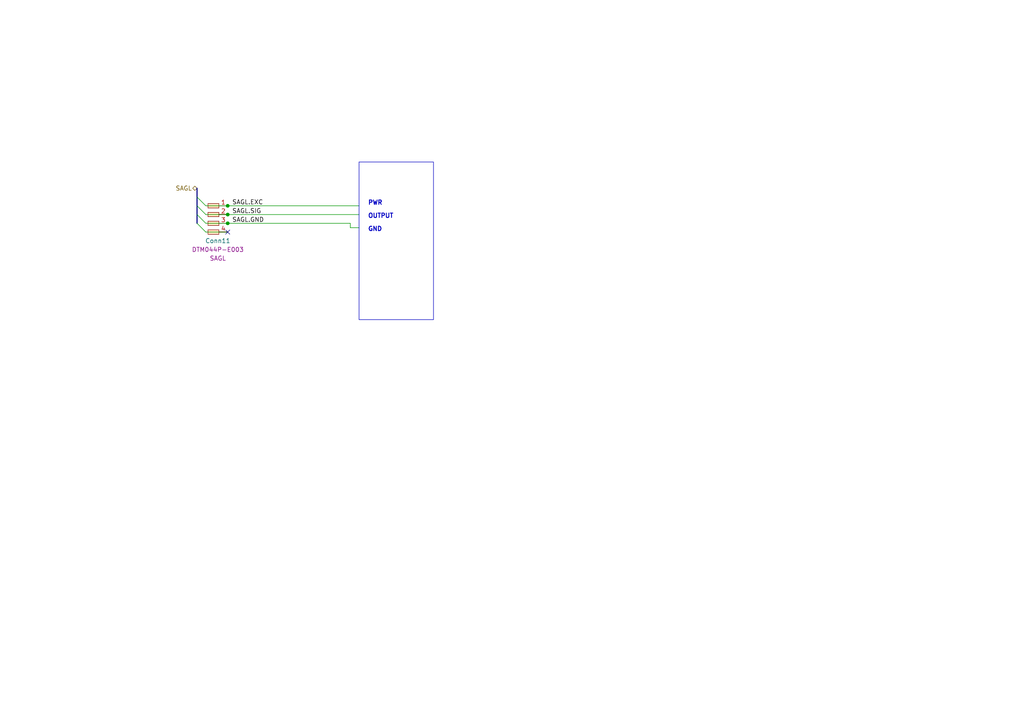
<source format=kicad_sch>
(kicad_sch (version 20230121) (generator eeschema)
  (paper "A4")
  (lib_symbols
    (symbol "Connectors_SUFST:Deutsch_DTM_4P_Pin"
      (property "Reference" "Conn" (at 0 -1.905 0))
      (property "P/N" "DTM044P-E003" (at 0 0 0))
      (symbol "Deutsch_DTM_4P_Pin_0_1"
        (polyline (pts (xy -0.635 -9.525) (xy 1.905 -9.525)))
        (polyline (pts (xy -0.635 -4.445) (xy 1.905 -4.445)))
      )
      (symbol "Deutsch_DTM_4P_Pin_1_1"
        (rectangle (start -3.81 -11.43) (end -0.635 -12.7) (fill (type color) (color 255 229 191 1)))
        (rectangle (start -3.81 -8.89) (end -0.635 -10.16) (fill (type color) (color 255 229 191 1)))
        (rectangle (start -3.81 -6.35) (end -0.635 -7.62) (fill (type color) (color 255 229 191 1)))
        (rectangle (start -3.81 -3.81) (end -0.635 -5.08) (fill (type color) (color 255 229 191 1)))
        (pin input line (at 1.905 -12.065 180) (length 2.54) (name "") (number "1"))
        (pin input line (at 1.905 -9.525 180) (length 2.54) (name "") (number "2"))
        (pin input line (at 1.905 -6.985 180) (length 2.54) (name "") (number "3"))
        (pin input line (at 1.905 -4.445 180) (length 2.54) (name "") (number "4"))
      )
    )
  )
  (junction (at 66.04 59.69))
  (junction (at 66.04 64.77))
  (junction (at 66.04 62.23))
  (no_connect (at 66.04 67.31))
  (bus_entry (at 59.69 59.69) (size -2.54 -2.54))
  (bus_entry (at 59.69 67.31) (size -2.54 -2.54))
  (bus_entry (at 59.69 62.23) (size -2.54 -2.54))
  (bus_entry (at 59.69 64.77) (size -2.54 -2.54))
  (wire (pts (xy 66.04 59.69) (xy 104.14 59.69)))
  (wire (pts (xy 59.69 67.31) (xy 66.04 67.31)))
  (wire (pts (xy 59.69 62.23) (xy 66.04 62.23)))
  (wire (pts (xy 59.69 64.77) (xy 66.04 64.77)))
  (wire (pts (xy 66.04 62.23) (xy 104.14 62.23)))
  (wire (pts (xy 101.6 66.04) (xy 104.14 66.04)))
  (wire (pts (xy 66.04 64.77) (xy 101.6 64.77)))
  (bus (pts (xy 57.15 59.69) (xy 57.15 57.15)))
  (wire (pts (xy 101.6 64.77) (xy 101.6 66.04)))
  (bus (pts (xy 57.15 62.23) (xy 57.15 59.69)))
  (wire (pts (xy 59.69 59.69) (xy 66.04 59.69)))
  (bus (pts (xy 57.15 57.15) (xy 57.15 54.61)))
  (bus (pts (xy 57.15 64.77) (xy 57.15 62.23)))
  (rectangle (start 104.14 92.71) (end 125.73 46.99))
  (text "GND" (at 106.68 67.31 0) (effects (font (size 1.27 1.27) bold) (justify left bottom)))
  (text "OUTPUT" (at 106.68 63.5 0) (effects (font (size 1.27 1.27) bold) (justify left bottom)))
  (text "PWR" (at 106.68 59.69 0) (effects (font (size 1.27 1.27) bold) (justify left bottom)))
  (label "SAGL.GND" (at 67.31 64.77 0))
  (label "SAGL.EXC" (at 67.31 59.69 0))
  (label "SAGL.SIG" (at 67.31 62.23 0))
  (hierarchical_label "SAGL" (shape bidirectional) (at 57.15 54.61 180))
  (symbol (lib_id "Connectors_SUFST:Deutsch_DTM_4P_Pin") (at 64.135 71.755 0) (mirror x) (unit 1)
    (property "Reference" "Conn11" (at 63.1825 69.85 0))
    (property "Value" "Deutsch_DTM_4S_Pin" (effects hide))
    (property "P/N" "DTM044P-E003" (at 63.1825 72.39 0))
    (property "Conn Name" "SAGL" (at 63.1825 74.93 0))
    (instances (project "StagX" (path "" (reference "Conn11") (unit 1)) (path "" (reference "Conn9") (unit 1))))
  )
)
</source>
